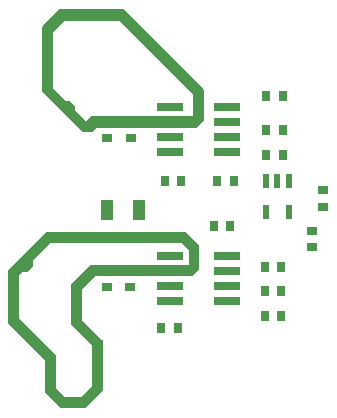
<source format=gtp>
G04 Layer_Color=8421504*
%FSLAX25Y25*%
%MOIN*%
G70*
G01*
G75*
%ADD10R,0.08661X0.03000*%
%ADD11R,0.02441X0.04803*%
%ADD12R,0.03150X0.03543*%
%ADD13R,0.03543X0.03150*%
%ADD14R,0.04331X0.06693*%
G36*
X67913Y57677D02*
Y57480D01*
Y49803D01*
X65551Y47441D01*
X33071D01*
X28740Y43110D01*
X28740D01*
Y32677D01*
X35433Y25984D01*
X35630D01*
Y9055D01*
X35433Y8858D01*
X29921Y3347D01*
X21654D01*
X21457Y3543D01*
X16339Y8661D01*
Y8858D01*
Y19488D01*
X4134Y31693D01*
Y49016D01*
Y49213D01*
X16929Y62008D01*
X63583D01*
X67913Y57677D01*
D02*
G37*
G36*
X69488Y109449D02*
Y109252D01*
Y99213D01*
X67126Y96850D01*
X33465D01*
X32087Y95472D01*
X28740D01*
X15354Y108858D01*
Y130315D01*
X15748Y130709D01*
X21260Y136221D01*
X42717D01*
X69488Y109449D01*
D02*
G37*
%LPC*%
G36*
X41339Y132480D02*
X22835D01*
X19094Y128740D01*
Y110039D01*
X23425Y105709D01*
X24803D01*
X26575Y103937D01*
Y102559D01*
X30118Y99016D01*
X31693Y100591D01*
X65748D01*
X65945Y100787D01*
Y107874D01*
X65945D01*
X41339Y132480D01*
D02*
G37*
G36*
X62205Y58465D02*
X18307D01*
X12402Y52559D01*
Y50591D01*
X10630Y48819D01*
X8661D01*
X7677Y47835D01*
Y33268D01*
X20079Y20866D01*
Y9843D01*
X23031Y6890D01*
X28543D01*
X32087Y10433D01*
Y24409D01*
X25197Y31299D01*
Y44685D01*
X31496Y50984D01*
X64173D01*
X64567Y51378D01*
Y56102D01*
X62205Y58465D01*
D02*
G37*
%LPD*%
D10*
X76968Y39173D02*
D03*
Y44173D02*
D03*
Y49173D02*
D03*
Y54173D02*
D03*
X58071Y39173D02*
D03*
Y44173D02*
D03*
Y49173D02*
D03*
Y54173D02*
D03*
X58268Y103779D02*
D03*
Y98779D02*
D03*
Y93779D02*
D03*
Y88779D02*
D03*
X77165Y103779D02*
D03*
Y98779D02*
D03*
Y93779D02*
D03*
Y88779D02*
D03*
D11*
X97638Y79134D02*
D03*
X93898D02*
D03*
X90158D02*
D03*
Y68819D02*
D03*
X97638D02*
D03*
D12*
X90158Y107480D02*
D03*
X95669D02*
D03*
X55118Y29921D02*
D03*
X60630D02*
D03*
X56299Y79134D02*
D03*
X61811D02*
D03*
X78150Y63976D02*
D03*
X72638D02*
D03*
X79331Y79134D02*
D03*
X73819D02*
D03*
X95669Y95866D02*
D03*
X90158D02*
D03*
X90158Y87795D02*
D03*
X95669D02*
D03*
X95276Y34055D02*
D03*
X89764D02*
D03*
X89764Y50394D02*
D03*
X95276D02*
D03*
X95276Y42520D02*
D03*
X89764D02*
D03*
D13*
X109252Y70472D02*
D03*
Y75984D02*
D03*
X105512Y62402D02*
D03*
Y56890D02*
D03*
X37205Y93307D02*
D03*
Y98819D02*
D03*
X45079Y98819D02*
D03*
Y93307D02*
D03*
X44882Y49213D02*
D03*
Y43701D02*
D03*
X37008Y43701D02*
D03*
Y49213D02*
D03*
D14*
X47835Y69488D02*
D03*
X37205D02*
D03*
M02*

</source>
